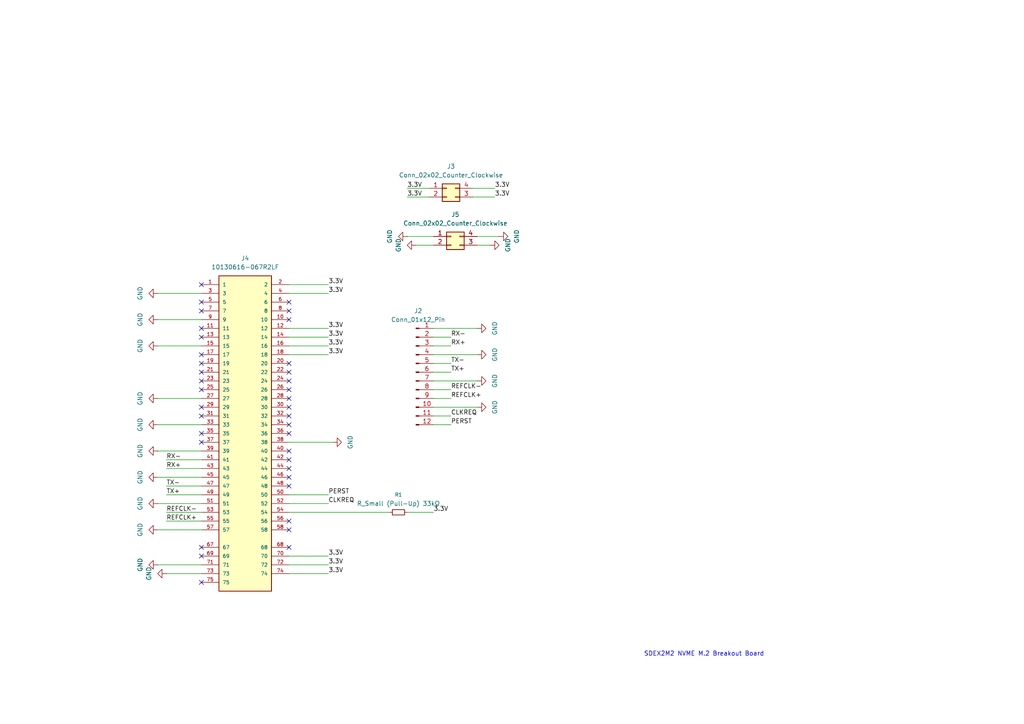
<source format=kicad_sch>
(kicad_sch (version 20250114) (generator "eeschema") (generator_version "9.0")
  (paper "A4")
  (lib_symbols
    (symbol "10130616-067R2LF:10130616-067R2LF" (pin_names (offset 1.016))
      (property "Reference" "J" (at -7.62 46.355 0))
      (property "Value" "10130616-067R2LF" (at -7.62 -48.26 0))
      (symbol "10130616-067R2LF_0_0"
        (rectangle (start -7.62 -45.72) (end 7.62 45.72) (stroke (width 0.254)) (fill (type background)))
        (pin passive line (at -12.7 43.18 0) (length 5.08) (name "1") (number "1"))
        (pin passive line (at -12.7 40.64 0) (length 5.08) (name "3") (number "3"))
        (pin passive line (at -12.7 38.1 0) (length 5.08) (name "5") (number "5"))
        (pin passive line (at -12.7 35.56 0) (length 5.08) (name "7") (number "7"))
        (pin passive line (at -12.7 33.02 0) (length 5.08) (name "9") (number "9"))
        (pin passive line (at -12.7 30.48 0) (length 5.08) (name "11") (number "11"))
        (pin passive line (at -12.7 27.94 0) (length 5.08) (name "13") (number "13"))
        (pin passive line (at -12.7 25.4 0) (length 5.08) (name "15") (number "15"))
        (pin passive line (at -12.7 22.86 0) (length 5.08) (name "17") (number "17"))
        (pin passive line (at -12.7 20.32 0) (length 5.08) (name "19") (number "19"))
        (pin passive line (at -12.7 17.78 0) (length 5.08) (name "21") (number "21"))
        (pin passive line (at -12.7 15.24 0) (length 5.08) (name "23") (number "23"))
        (pin passive line (at -12.7 12.7 0) (length 5.08) (name "25") (number "25"))
        (pin passive line (at -12.7 10.16 0) (length 5.08) (name "27") (number "27"))
        (pin passive line (at -12.7 7.62 0) (length 5.08) (name "29") (number "29"))
        (pin passive line (at -12.7 5.08 0) (length 5.08) (name "31") (number "31"))
        (pin passive line (at -12.7 2.54 0) (length 5.08) (name "33") (number "33"))
        (pin passive line (at -12.7 0 0) (length 5.08) (name "35") (number "35"))
        (pin passive line (at -12.7 -2.54 0) (length 5.08) (name "37") (number "37"))
        (pin passive line (at -12.7 -5.08 0) (length 5.08) (name "39") (number "39"))
        (pin passive line (at -12.7 -7.62 0) (length 5.08) (name "41") (number "41"))
        (pin passive line (at -12.7 -10.16 0) (length 5.08) (name "43") (number "43"))
        (pin passive line (at -12.7 -12.7 0) (length 5.08) (name "45") (number "45"))
        (pin passive line (at -12.7 -15.24 0) (length 5.08) (name "47") (number "47"))
        (pin passive line (at -12.7 -17.78 0) (length 5.08) (name "49") (number "49"))
        (pin passive line (at -12.7 -20.32 0) (length 5.08) (name "51") (number "51"))
        (pin passive line (at -12.7 -22.86 0) (length 5.08) (name "53") (number "53"))
        (pin passive line (at -12.7 -25.4 0) (length 5.08) (name "55") (number "55"))
        (pin passive line (at -12.7 -27.94 0) (length 5.08) (name "57") (number "57"))
        (pin passive line (at -12.7 -33.02 0) (length 5.08) (name "67") (number "67"))
        (pin passive line (at -12.7 -35.56 0) (length 5.08) (name "69") (number "69"))
        (pin passive line (at -12.7 -38.1 0) (length 5.08) (name "71") (number "71"))
        (pin passive line (at -12.7 -40.64 0) (length 5.08) (name "73") (number "73"))
        (pin passive line (at -12.7 -43.18 0) (length 5.08) (name "75") (number "75"))
        (pin passive line (at 12.7 43.18 180) (length 5.08) (name "2") (number "2"))
        (pin passive line (at 12.7 40.64 180) (length 5.08) (name "4") (number "4"))
        (pin passive line (at 12.7 38.1 180) (length 5.08) (name "6") (number "6"))
        (pin passive line (at 12.7 35.56 180) (length 5.08) (name "8") (number "8"))
        (pin passive line (at 12.7 33.02 180) (length 5.08) (name "10") (number "10"))
        (pin passive line (at 12.7 30.48 180) (length 5.08) (name "12") (number "12"))
        (pin passive line (at 12.7 27.94 180) (length 5.08) (name "14") (number "14"))
        (pin passive line (at 12.7 25.4 180) (length 5.08) (name "16") (number "16"))
        (pin passive line (at 12.7 22.86 180) (length 5.08) (name "18") (number "18"))
        (pin passive line (at 12.7 20.32 180) (length 5.08) (name "20") (number "20"))
        (pin passive line (at 12.7 17.78 180) (length 5.08) (name "22") (number "22"))
        (pin passive line (at 12.7 15.24 180) (length 5.08) (name "24") (number "24"))
        (pin passive line (at 12.7 12.7 180) (length 5.08) (name "26") (number "26"))
        (pin passive line (at 12.7 10.16 180) (length 5.08) (name "28") (number "28"))
        (pin passive line (at 12.7 7.62 180) (length 5.08) (name "30") (number "30"))
        (pin passive line (at 12.7 5.08 180) (length 5.08) (name "32") (number "32"))
        (pin passive line (at 12.7 2.54 180) (length 5.08) (name "34") (number "34"))
        (pin passive line (at 12.7 0 180) (length 5.08) (name "36") (number "36"))
        (pin passive line (at 12.7 -2.54 180) (length 5.08) (name "38") (number "38"))
        (pin passive line (at 12.7 -5.08 180) (length 5.08) (name "40") (number "40"))
        (pin passive line (at 12.7 -7.62 180) (length 5.08) (name "42") (number "42"))
        (pin passive line (at 12.7 -10.16 180) (length 5.08) (name "44") (number "44"))
        (pin passive line (at 12.7 -12.7 180) (length 5.08) (name "46") (number "46"))
        (pin passive line (at 12.7 -15.24 180) (length 5.08) (name "48") (number "48"))
        (pin passive line (at 12.7 -17.78 180) (length 5.08) (name "50") (number "50"))
        (pin passive line (at 12.7 -20.32 180) (length 5.08) (name "52") (number "52"))
        (pin passive line (at 12.7 -22.86 180) (length 5.08) (name "54") (number "54"))
        (pin passive line (at 12.7 -25.4 180) (length 5.08) (name "56") (number "56"))
        (pin passive line (at 12.7 -27.94 180) (length 5.08) (name "58") (number "58"))
        (pin passive line (at 12.7 -33.02 180) (length 5.08) (name "68") (number "68"))
        (pin passive line (at 12.7 -35.56 180) (length 5.08) (name "70") (number "70"))
        (pin passive line (at 12.7 -38.1 180) (length 5.08) (name "72") (number "72"))
        (pin passive line (at 12.7 -40.64 180) (length 5.08) (name "74") (number "74"))
      )
    )
    (symbol "Connector:Conn_01x12_Pin" (pin_names (offset 1.016) (hide yes))
      (property "Reference" "J" (at 0 15.24 0))
      (property "Value" "Conn_01x12_Pin" (at 0 -17.78 0))
      (symbol "Conn_01x12_Pin_1_1"
        (rectangle (start 0.8636 12.827) (end 0 12.573) (stroke (width 0.1524)) (fill (type outline)))
        (rectangle (start 0.8636 10.287) (end 0 10.033) (stroke (width 0.1524)) (fill (type outline)))
        (rectangle (start 0.8636 7.747) (end 0 7.493) (stroke (width 0.1524)) (fill (type outline)))
        (rectangle (start 0.8636 5.207) (end 0 4.953) (stroke (width 0.1524)) (fill (type outline)))
        (rectangle (start 0.8636 2.667) (end 0 2.413) (stroke (width 0.1524)) (fill (type outline)))
        (rectangle (start 0.8636 0.127) (end 0 -0.127) (stroke (width 0.1524)) (fill (type outline)))
        (rectangle (start 0.8636 -2.413) (end 0 -2.667) (stroke (width 0.1524)) (fill (type outline)))
        (rectangle (start 0.8636 -4.953) (end 0 -5.207) (stroke (width 0.1524)) (fill (type outline)))
        (rectangle (start 0.8636 -7.493) (end 0 -7.747) (stroke (width 0.1524)) (fill (type outline)))
        (rectangle (start 0.8636 -10.033) (end 0 -10.287) (stroke (width 0.1524)) (fill (type outline)))
        (rectangle (start 0.8636 -12.573) (end 0 -12.827) (stroke (width 0.1524)) (fill (type outline)))
        (rectangle (start 0.8636 -15.113) (end 0 -15.367) (stroke (width 0.1524)) (fill (type outline)))
        (polyline (pts (xy 1.27 12.7) (xy 0.8636 12.7)) (stroke (width 0.1524)))
        (polyline (pts (xy 1.27 10.16) (xy 0.8636 10.16)) (stroke (width 0.1524)))
        (polyline (pts (xy 1.27 7.62) (xy 0.8636 7.62)) (stroke (width 0.1524)))
        (polyline (pts (xy 1.27 5.08) (xy 0.8636 5.08)) (stroke (width 0.1524)))
        (polyline (pts (xy 1.27 2.54) (xy 0.8636 2.54)) (stroke (width 0.1524)))
        (polyline (pts (xy 1.27 0) (xy 0.8636 0)) (stroke (width 0.1524)))
        (polyline (pts (xy 1.27 -2.54) (xy 0.8636 -2.54)) (stroke (width 0.1524)))
        (polyline (pts (xy 1.27 -5.08) (xy 0.8636 -5.08)) (stroke (width 0.1524)))
        (polyline (pts (xy 1.27 -7.62) (xy 0.8636 -7.62)) (stroke (width 0.1524)))
        (polyline (pts (xy 1.27 -10.16) (xy 0.8636 -10.16)) (stroke (width 0.1524)))
        (polyline (pts (xy 1.27 -12.7) (xy 0.8636 -12.7)) (stroke (width 0.1524)))
        (polyline (pts (xy 1.27 -15.24) (xy 0.8636 -15.24)) (stroke (width 0.1524)))
        (pin passive line (at 5.08 12.7 180) (length 3.81) (name "Pin_1") (number "1"))
        (pin passive line (at 5.08 10.16 180) (length 3.81) (name "Pin_2") (number "2"))
        (pin passive line (at 5.08 7.62 180) (length 3.81) (name "Pin_3") (number "3"))
        (pin passive line (at 5.08 5.08 180) (length 3.81) (name "Pin_4") (number "4"))
        (pin passive line (at 5.08 2.54 180) (length 3.81) (name "Pin_5") (number "5"))
        (pin passive line (at 5.08 0 180) (length 3.81) (name "Pin_6") (number "6"))
        (pin passive line (at 5.08 -2.54 180) (length 3.81) (name "Pin_7") (number "7"))
        (pin passive line (at 5.08 -5.08 180) (length 3.81) (name "Pin_8") (number "8"))
        (pin passive line (at 5.08 -7.62 180) (length 3.81) (name "Pin_9") (number "9"))
        (pin passive line (at 5.08 -10.16 180) (length 3.81) (name "Pin_10") (number "10"))
        (pin passive line (at 5.08 -12.7 180) (length 3.81) (name "Pin_11") (number "11"))
        (pin passive line (at 5.08 -15.24 180) (length 3.81) (name "Pin_12") (number "12"))
      )
    )
    (symbol "Connector_Generic:Conn_02x02_Counter_Clockwise" (pin_names (offset 1.016) (hide yes))
      (property "Reference" "J" (at 1.27 2.54 0))
      (property "Value" "Conn_02x02_Counter_Clockwise" (at 1.27 -5.08 0))
      (symbol "Conn_02x02_Counter_Clockwise_1_1"
        (rectangle (start -1.27 1.27) (end 3.81 -3.81) (stroke (width 0.254)) (fill (type background)))
        (rectangle (start -1.27 0.127) (end 0 -0.127) (stroke (width 0.1524)))
        (rectangle (start -1.27 -2.413) (end 0 -2.667) (stroke (width 0.1524)))
        (rectangle (start 3.81 0.127) (end 2.54 -0.127) (stroke (width 0.1524)))
        (rectangle (start 3.81 -2.413) (end 2.54 -2.667) (stroke (width 0.1524)))
        (pin passive line (at -5.08 0 0) (length 3.81) (name "Pin_1") (number "1"))
        (pin passive line (at -5.08 -2.54 0) (length 3.81) (name "Pin_2") (number "2"))
        (pin passive line (at 7.62 0 180) (length 3.81) (name "Pin_4") (number "4"))
        (pin passive line (at 7.62 -2.54 180) (length 3.81) (name "Pin_3") (number "3"))
      )
    )
    (symbol "Device:R_Small" (pin_numbers (hide yes)) (pin_names (offset 0.254) (hide yes))
      (property "Reference" "R" (at 0 0 90))
      (property "Value" "R_Small" (at 1.778 0 90))
      (symbol "R_Small_0_1"
        (rectangle (start -0.762 1.778) (end 0.762 -1.778) (stroke (width 0.2032)))
      )
      (symbol "R_Small_1_1"
        (pin passive line (at 0 2.54 270) (length 0.762) (name "~") (number "1"))
        (pin passive line (at 0 -2.54 90) (length 0.762) (name "~") (number "2"))
      )
    )
    (symbol "power:GND" (power) (pin_numbers (hide yes)) (pin_names (offset 0) (hide yes))
      (property "Value" "GND" (at 0 -3.81 0))
      (symbol "GND_0_1"
        (polyline (pts (xy 0 0) (xy 0 -1.27) (xy 1.27 -1.27) (xy 0 -2.54) (xy -1.27 -1.27) (xy 0 -1.27)))
      )
      (symbol "GND_1_1"
        (pin power_in line (at 0 0 270) (length 0) (name "~") (number "1"))
      )
    )
  )
  (text "SDEX2M2 NVME M.2 Breakout Board" (at 204.216 189.738 0) (effects (font (size 1.27 1.27))))
  (no_connect (at 83.82 138.43))
  (no_connect (at 58.42 110.49))
  (no_connect (at 83.82 153.67))
  (no_connect (at 58.42 102.87))
  (no_connect (at 58.42 168.91))
  (no_connect (at 83.82 87.63))
  (no_connect (at 58.42 82.55))
  (no_connect (at 58.42 113.03))
  (no_connect (at 83.82 118.11))
  (no_connect (at 83.82 113.03))
  (no_connect (at 83.82 123.19))
  (no_connect (at 58.42 158.75))
  (no_connect (at 58.42 95.25))
  (no_connect (at 58.42 87.63))
  (no_connect (at 83.82 110.49))
  (no_connect (at 83.82 105.41))
  (no_connect (at 83.82 130.81))
  (no_connect (at 58.42 125.73))
  (no_connect (at 83.82 120.65))
  (no_connect (at 58.42 90.17))
  (no_connect (at 83.82 125.73))
  (no_connect (at 83.82 90.17))
  (no_connect (at 83.82 158.75))
  (no_connect (at 83.82 92.71))
  (no_connect (at 83.82 151.13))
  (no_connect (at 58.42 105.41))
  (no_connect (at 83.82 133.35))
  (no_connect (at 58.42 161.29))
  (no_connect (at 83.82 107.95))
  (no_connect (at 58.42 128.27))
  (no_connect (at 58.42 120.65))
  (no_connect (at 58.42 97.79))
  (no_connect (at 58.42 118.11))
  (no_connect (at 83.82 135.89))
  (no_connect (at 58.42 107.95))
  (no_connect (at 83.82 140.97))
  (no_connect (at 83.82 115.57))
  (wire (pts (xy 83.82 85.09) (xy 95.25 85.09)))
  (wire (pts (xy 83.82 146.05) (xy 95.25 146.05)))
  (wire (pts (xy 118.11 54.61) (xy 124.46 54.61)))
  (wire (pts (xy 120.65 71.12) (xy 125.73 71.12)))
  (wire (pts (xy 125.73 120.65) (xy 130.81 120.65)))
  (wire (pts (xy 125.73 95.25) (xy 138.43 95.25)))
  (wire (pts (xy 118.11 148.59) (xy 125.73 148.59)))
  (wire (pts (xy 45.72 138.43) (xy 58.42 138.43)))
  (wire (pts (xy 83.82 166.37) (xy 95.25 166.37)))
  (wire (pts (xy 125.73 113.03) (xy 130.81 113.03)))
  (wire (pts (xy 45.72 146.05) (xy 58.42 146.05)))
  (wire (pts (xy 118.11 57.15) (xy 124.46 57.15)))
  (wire (pts (xy 125.73 100.33) (xy 130.81 100.33)))
  (wire (pts (xy 83.82 95.25) (xy 95.25 95.25)))
  (wire (pts (xy 48.26 133.35) (xy 58.42 133.35)))
  (wire (pts (xy 125.73 123.19) (xy 130.81 123.19)))
  (wire (pts (xy 125.73 97.79) (xy 130.81 97.79)))
  (wire (pts (xy 125.73 102.87) (xy 138.43 102.87)))
  (wire (pts (xy 48.26 151.13) (xy 58.42 151.13)))
  (wire (pts (xy 137.16 57.15) (xy 143.51 57.15)))
  (wire (pts (xy 45.72 115.57) (xy 58.42 115.57)))
  (wire (pts (xy 83.82 143.51) (xy 95.25 143.51)))
  (wire (pts (xy 48.26 140.97) (xy 58.42 140.97)))
  (wire (pts (xy 125.73 105.41) (xy 130.81 105.41)))
  (wire (pts (xy 83.82 163.83) (xy 95.25 163.83)))
  (wire (pts (xy 48.26 143.51) (xy 58.42 143.51)))
  (wire (pts (xy 83.82 97.79) (xy 95.25 97.79)))
  (wire (pts (xy 45.72 100.33) (xy 58.42 100.33)))
  (wire (pts (xy 138.43 71.12) (xy 142.24 71.12)))
  (wire (pts (xy 48.26 166.37) (xy 58.42 166.37)))
  (wire (pts (xy 48.26 135.89) (xy 58.42 135.89)))
  (wire (pts (xy 83.82 128.27) (xy 96.52 128.27)))
  (wire (pts (xy 118.11 68.58) (xy 125.73 68.58)))
  (wire (pts (xy 125.73 118.11) (xy 138.43 118.11)))
  (wire (pts (xy 45.72 153.67) (xy 58.42 153.67)))
  (wire (pts (xy 48.26 148.59) (xy 58.42 148.59)))
  (wire (pts (xy 45.72 163.83) (xy 58.42 163.83)))
  (wire (pts (xy 83.82 102.87) (xy 95.25 102.87)))
  (wire (pts (xy 83.82 100.33) (xy 95.25 100.33)))
  (wire (pts (xy 45.72 92.71) (xy 58.42 92.71)))
  (wire (pts (xy 125.73 115.57) (xy 130.81 115.57)))
  (wire (pts (xy 125.73 110.49) (xy 138.43 110.49)))
  (wire (pts (xy 83.82 161.29) (xy 95.25 161.29)))
  (wire (pts (xy 45.72 85.09) (xy 58.42 85.09)))
  (wire (pts (xy 83.82 82.55) (xy 95.25 82.55)))
  (wire (pts (xy 137.16 54.61) (xy 143.51 54.61)))
  (wire (pts (xy 45.72 123.19) (xy 58.42 123.19)))
  (wire (pts (xy 138.43 68.58) (xy 144.78 68.58)))
  (wire (pts (xy 83.82 148.59) (xy 113.03 148.59)))
  (wire (pts (xy 125.73 107.95) (xy 130.81 107.95)))
  (wire (pts (xy 45.72 130.81) (xy 58.42 130.81)))
  (label "3.3V" (at 118.11 54.61 0))
  (label "3.3V" (at 125.73 148.59 0))
  (label "3.3V" (at 143.51 57.15 0))
  (label "3.3V" (at 95.25 82.55 0))
  (label "REFCLK-" (at 130.81 113.03 0))
  (label "3.3V" (at 95.25 100.33 0))
  (label "3.3V" (at 95.25 163.83 0))
  (label "RX+" (at 48.26 135.89 0))
  (label "3.3V" (at 95.25 161.29 0))
  (label "REFCLK+" (at 48.26 151.13 0))
  (label "RX+" (at 130.81 100.33 0))
  (label "REFCLK+" (at 130.81 115.57 0))
  (label "3.3V" (at 95.25 97.79 0))
  (label "3.3V" (at 95.25 95.25 0))
  (label "TX-" (at 48.26 140.97 0))
  (label "3.3V" (at 143.51 54.61 0))
  (label "3.3V" (at 118.11 57.15 0))
  (label "CLKREQ" (at 95.25 146.05 0))
  (label "RX-" (at 130.81 97.79 0))
  (label "PERST" (at 130.81 123.19 0))
  (label "PERST" (at 95.25 143.51 0))
  (label "RX-" (at 48.26 133.35 0))
  (label "TX-" (at 130.81 105.41 0))
  (label "REFCLK-" (at 48.26 148.59 0))
  (label "3.3V" (at 95.25 85.09 0))
  (label "TX+" (at 48.26 143.51 0))
  (label "TX+" (at 130.81 107.95 0))
  (label "3.3V" (at 95.25 102.87 0))
  (label "CLKREQ" (at 130.81 120.65 0))
  (label "3.3V" (at 95.25 166.37 0))
  (symbol (lib_id "power:GND") (at 45.72 92.71 270) (unit 1)
    (property "Reference" "#PWR09" (effects (hide yes)))
    (property "Value" "GND" (at 40.64 92.71 0))
    (property "Description" "Power symbol creates a global label with name \"GND\" , ground" (effects (hide yes)))
  )
  (symbol (lib_id "power:GND") (at 45.72 85.09 270) (unit 1)
    (property "Reference" "#PWR08" (effects (hide yes)))
    (property "Value" "GND" (at 40.64 85.09 0))
    (property "Description" "Power symbol creates a global label with name \"GND\" , ground" (effects (hide yes)))
  )
  (symbol (lib_id "power:GND") (at 45.72 163.83 270) (unit 1)
    (property "Reference" "#PWR014" (effects (hide yes)))
    (property "Value" "GND" (at 40.64 163.83 0))
    (property "Description" "Power symbol creates a global label with name \"GND\" , ground" (effects (hide yes)))
  )
  (symbol (lib_id "power:GND") (at 45.72 130.81 270) (unit 1)
    (property "Reference" "#PWR07" (effects (hide yes)))
    (property "Value" "GND" (at 40.64 130.81 0))
    (property "Description" "Power symbol creates a global label with name \"GND\" , ground" (effects (hide yes)))
  )
  (symbol (lib_id "Connector_Generic:Conn_02x02_Counter_Clockwise") (at 129.54 54.61 0) (unit 1)
    (property "Reference" "J3" (at 130.81 48.26 0))
    (property "Value" "Conn_02x02_Counter_Clockwise" (at 130.81 50.8 0))
    (property "Footprint" "Connector_PinHeader_2.00mm:PinHeader_2x02_P2.00mm_Vertical" (effects (hide yes)))
    (property "Description" "Generic connector, double row, 02x02, counter clockwise pin numbering scheme (similar to DIP package numbering), script generated (kicad-library-utils/schlib/autogen/connector/)" (effects (hide yes)))
  )
  (symbol (lib_id "Connector_Generic:Conn_02x02_Counter_Clockwise") (at 130.81 68.58 0) (unit 1)
    (property "Reference" "J5" (at 132.08 62.23 0))
    (property "Value" "Conn_02x02_Counter_Clockwise" (at 132.08 64.77 0))
    (property "Footprint" "Connector_PinHeader_2.00mm:PinHeader_2x02_P2.00mm_Vertical" (effects (hide yes)))
    (property "Description" "Generic connector, double row, 02x02, counter clockwise pin numbering scheme (similar to DIP package numbering), script generated (kicad-library-utils/schlib/autogen/connector/)" (effects (hide yes)))
  )
  (symbol (lib_id "10130616-067R2LF:10130616-067R2LF") (at 71.12 125.73 0) (unit 1)
    (property "Reference" "J4" (at 71.12 74.93 0))
    (property "Value" "10130616-067R2LF" (at 71.12 77.47 0))
    (property "Footprint" "10130616-067R2LF:AMPHENOL_10130616-067R2LF" (effects (hide yes)))
    (property "PARTREV" "C" (effects (hide yes)))
    (property "STANDARD" "Manufacturer Recommendations" (effects (hide yes)))
    (property "MAXIMUM_PACKAGE_HEIGHT" "4.20 mm" (effects (hide yes)))
    (property "MANUFACTURER" "Amphenol" (effects (hide yes)))
  )
  (symbol (lib_id "power:GND") (at 138.43 102.87 90) (mirror x) (unit 1)
    (property "Reference" "#PWR017" (effects (hide yes)))
    (property "Value" "GND" (at 143.51 102.87 0))
    (property "Description" "Power symbol creates a global label with name \"GND\" , ground" (effects (hide yes)))
  )
  (symbol (lib_id "power:GND") (at 96.52 128.27 90) (mirror x) (unit 1)
    (property "Reference" "#PWR026" (effects (hide yes)))
    (property "Value" "GND" (at 101.6 128.27 0))
    (property "Description" "Power symbol creates a global label with name \"GND\" , ground" (effects (hide yes)))
  )
  (symbol (lib_id "power:GND") (at 138.43 95.25 90) (mirror x) (unit 1)
    (property "Reference" "#PWR016" (effects (hide yes)))
    (property "Value" "GND" (at 143.51 95.25 0))
    (property "Description" "Power symbol creates a global label with name \"GND\" , ground" (effects (hide yes)))
  )
  (symbol (lib_id "power:GND") (at 120.65 71.12 270) (unit 1)
    (property "Reference" "#PWR023" (effects (hide yes)))
    (property "Value" "GND" (at 115.57 71.12 0))
    (property "Description" "Power symbol creates a global label with name \"GND\" , ground" (effects (hide yes)))
  )
  (symbol (lib_id "power:GND") (at 144.78 68.58 90) (mirror x) (unit 1)
    (property "Reference" "#PWR020" (effects (hide yes)))
    (property "Value" "GND" (at 149.86 68.58 0))
    (property "Description" "Power symbol creates a global label with name \"GND\" , ground" (effects (hide yes)))
  )
  (symbol (lib_id "power:GND") (at 118.11 68.58 270) (unit 1)
    (property "Reference" "#PWR022" (effects (hide yes)))
    (property "Value" "GND" (at 113.03 68.58 0))
    (property "Description" "Power symbol creates a global label with name \"GND\" , ground" (effects (hide yes)))
  )
  (symbol (lib_id "power:GND") (at 138.43 118.11 90) (mirror x) (unit 1)
    (property "Reference" "#PWR018" (effects (hide yes)))
    (property "Value" "GND" (at 143.51 118.11 0))
    (property "Description" "Power symbol creates a global label with name \"GND\" , ground" (effects (hide yes)))
  )
  (symbol (lib_id "power:GND") (at 48.26 166.37 270) (unit 1)
    (property "Reference" "#PWR015" (effects (hide yes)))
    (property "Value" "GND" (at 43.18 166.37 0))
    (property "Description" "Power symbol creates a global label with name \"GND\" , ground" (effects (hide yes)))
  )
  (symbol (lib_id "Device:R_Small") (at 115.57 148.59 90) (unit 1)
    (property "Reference" "R1" (at 115.57 143.51 90) (effects (font (size 1.016 1.016))))
    (property "Value" "R_Small (Pull-Up) 33kΩ" (at 115.57 146.05 90))
    (property "Footprint" "Resistor_SMD:R_0603_1608Metric" (effects (hide yes)))
    (property "Description" "Resistor, small symbol" (effects (hide yes)))
  )
  (symbol (lib_id "power:GND") (at 45.72 146.05 270) (unit 1)
    (property "Reference" "#PWR06" (effects (hide yes)))
    (property "Value" "GND" (at 40.64 146.05 0))
    (property "Description" "Power symbol creates a global label with name \"GND\" , ground" (effects (hide yes)))
  )
  (symbol (lib_id "power:GND") (at 138.43 110.49 90) (mirror x) (unit 1)
    (property "Reference" "#PWR019" (effects (hide yes)))
    (property "Value" "GND" (at 143.51 110.49 0))
    (property "Description" "Power symbol creates a global label with name \"GND\" , ground" (effects (hide yes)))
  )
  (symbol (lib_id "power:GND") (at 45.72 138.43 270) (unit 1)
    (property "Reference" "#PWR05" (effects (hide yes)))
    (property "Value" "GND" (at 40.64 138.43 0))
    (property "Description" "Power symbol creates a global label with name \"GND\" , ground" (effects (hide yes)))
  )
  (symbol (lib_id "power:GND") (at 45.72 115.57 270) (unit 1)
    (property "Reference" "#PWR011" (effects (hide yes)))
    (property "Value" "GND" (at 40.64 115.57 0))
    (property "Description" "Power symbol creates a global label with name \"GND\" , ground" (effects (hide yes)))
  )
  (symbol (lib_id "power:GND") (at 45.72 100.33 270) (unit 1)
    (property "Reference" "#PWR010" (effects (hide yes)))
    (property "Value" "GND" (at 40.64 100.33 0))
    (property "Description" "Power symbol creates a global label with name \"GND\" , ground" (effects (hide yes)))
  )
  (symbol (lib_id "power:GND") (at 45.72 153.67 270) (unit 1)
    (property "Reference" "#PWR013" (effects (hide yes)))
    (property "Value" "GND" (at 40.64 153.67 0))
    (property "Description" "Power symbol creates a global label with name \"GND\" , ground" (effects (hide yes)))
  )
  (symbol (lib_id "power:GND") (at 45.72 123.19 270) (unit 1)
    (property "Reference" "#PWR012" (effects (hide yes)))
    (property "Value" "GND" (at 40.64 123.19 0))
    (property "Description" "Power symbol creates a global label with name \"GND\" , ground" (effects (hide yes)))
  )
  (symbol (lib_id "power:GND") (at 142.24 71.12 90) (mirror x) (unit 1)
    (property "Reference" "#PWR021" (effects (hide yes)))
    (property "Value" "GND" (at 147.32 71.12 0))
    (property "Description" "Power symbol creates a global label with name \"GND\" , ground" (effects (hide yes)))
  )
  (symbol (lib_id "Connector:Conn_01x12_Pin") (at 120.65 107.95 0) (unit 1)
    (property "Reference" "J2" (at 121.285 90.17 0))
    (property "Value" "Conn_01x12_Pin" (at 121.285 92.71 0))
    (property "Footprint" "Connector_PinHeader_2.00mm:PinHeader_1x12_P2.00mm_Vertical" (effects (hide yes)))
    (property "Description" "Generic connector, single row, 01x12, script generated" (effects (hide yes)))
  )
)
</source>
